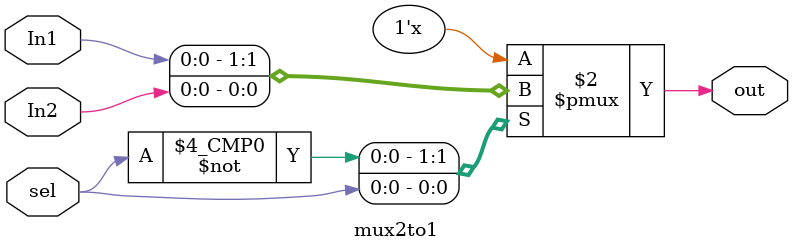
<source format=sv>
/*------comparator_lt - so sanh so co dau va khong dau-------
*Input-32bit: A,B
*Input-1bit: sel_signed (Neu = 0 thi so sanh so co dau, nguoc lai thi so sanh so khong dau)
*Output-32bit: AltB_o (Neu A<B thi AltB_o = 1)
*/

module comparator_lt(A, B, sel_signed, AltB_o);
parameter N = 32;
parameter AltB_i = 1'b1;
parameter AgtB_i = 1'b0;
input [N-1:0] A;
input [N-1:0] B;
input sel_signed;
output AltB_o;
wire outbar;
wire out_signed;
	comparator_32bit com1(.in_1(A), .in_2(B), .AltB(outbar));
	mux4to1 mux1(.In1(outbar), .In2(AgtB_i), .In3(AltB_i), .In4(outbar), .sel({A[N-1],B[N-1]}), .out(out_signed));
	mux2to1 mux2(.In1(out_signed), .In2(outbar), .sel(sel_signed), .out(AltB_o));
endmodule

//-----------------------Sub_Modules------------------------------//

///////////////////////////
//Module Comparator 32 Bit//
///////////////////////////
module comparator_32bit(in_1, in_2, AgtB, AltB, AeqB);
parameter N = 32;
input [N-1:0] in_1;
input [N-1:0] in_2;
output AgtB;
output AltB;
output AeqB;
genvar i;
genvar j;

wire [8:0] AltB_ex;
wire [8:0] AeqB_ex;
wire [8:0] AgtB_ex;

assign AeqB_ex[0] = 1;
assign AltB_ex[0] = 0;
assign AgtB_ex[0] = 0;

generate
	for(j=0; j<8; j=j+1) begin : cmp_block
		localparam i=j*4;
		comparator_4bit c(.A(in_1[i+3:i]),
								.B(in_2[i+3:i]),
								.AgtB_i(AgtB_ex[j]),
								.AltB_i(AltB_ex[j]),
								.AeqB_i(AeqB_ex[j]),
								.AgtB_o(AgtB_ex[j+1]),
								.AeqB_o(AeqB_ex[j+1]),
								.AltB_o(AltB_ex[j+1]));
	end
endgenerate

assign AgtB = AgtB_ex[8];
assign AeqB = AeqB_ex[8];
assign AltB = AltB_ex[8];

endmodule




///////////////////////////
//Module Comparator 4 Bit//
///////////////////////////
module comparator_4bit( input[3:0]A,
                   input [3:0]B,
						 input AgtB_i,
						 input AeqB_i,
						 input AltB_i,
                   output AgtB_o,
                   output AltB_o,
                   output AeqB_o
                );				 
wire AeqB_0;
wire AltB_0;
wire AgtB_0;

wire AeqB_1;
wire AltB_1;
wire AgtB_1;

wire AeqB_2;
wire AltB_2;
wire AgtB_2;

wire AeqB_3;
wire AltB_3;
wire AgtB_3;
					 

comparator_1bit c3(.A(A[3]), .B(B[3]), .AgtB(AgtB_3), .AltB(AltB_3), .AeqB(AeqB_3));
comparator_1bit c2(.A(A[2]), .B(B[2]), .AgtB(AgtB_2), .AltB(AltB_2), .AeqB(AeqB_2));
comparator_1bit c1(.A(A[1]), .B(B[1]), .AgtB(AgtB_1), .AltB(AltB_1), .AeqB(AeqB_1));
comparator_1bit c0(.A(A[0]), .B(B[0]), .AgtB(AgtB_0), .AltB(AltB_0), .AeqB(AeqB_0));

assign AeqB_o = AeqB_3&AeqB_2&AeqB_1&AeqB_0&AeqB_i;
assign AgtB_o = AgtB_3 | (AeqB_3 & AgtB_2) | (AeqB_3 & AeqB_2 & AgtB_1) | (AeqB_3 & AeqB_2 & AeqB_1 & AgtB_0) | (AeqB_3 & AeqB_2 & AeqB_1 & AeqB_0 & AgtB_i);
assign AltB_o = AltB_3 | (AeqB_3 & AltB_2) | (AeqB_3 & AeqB_2 & AltB_1) | (AeqB_3 & AeqB_2 & AeqB_1 & AltB_0) | (AeqB_3 & AeqB_2 & AeqB_1 & AeqB_0 & AltB_i);
endmodule



///////////////////////////
//Module Comparator 1 Bit//
///////////////////////////
module comparator_1bit(input A,B,
								output AgtB,AltB,AeqB);
assign AeqB = A~^B;
assign AgtB = A&~B;
assign AltB = ~A&B;

endmodule		



		
//////////////
//MUX 4 to 1//
//////////////
module mux4to1(input In1, input In2, input In3, input In4, input [1:0] sel, output reg out);
always_comb begin
	case(sel)
		2'b00: out = In1;
		2'b01: out = In2;
		2'b10: out = In3;
		2'b11: out = In4;
		default: out = 1'b0;
	endcase
end
endmodule


//////////////
//MUX 2 to 1//
//////////////
module mux2to1(input In1, input In2, input sel, output reg out);
always_comb begin
	case(sel)
		1'b0: out = In1;
		1'b1: out = In2;
		default : out = 1'b0;
	endcase
end
endmodule	


</source>
